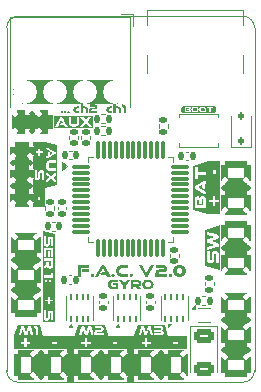
<source format=gbr>
%TF.GenerationSoftware,KiCad,Pcbnew,9.0.3-9.0.3-0~ubuntu24.04.1*%
%TF.CreationDate,2025-09-21T12:25:00+02:00*%
%TF.ProjectId,ant control board v2,616e7420-636f-46e7-9472-6f6c20626f61,2.0*%
%TF.SameCoordinates,Original*%
%TF.FileFunction,Legend,Top*%
%TF.FilePolarity,Positive*%
%FSLAX46Y46*%
G04 Gerber Fmt 4.6, Leading zero omitted, Abs format (unit mm)*
G04 Created by KiCad (PCBNEW 9.0.3-9.0.3-0~ubuntu24.04.1) date 2025-09-21 12:25:00*
%MOMM*%
%LPD*%
G01*
G04 APERTURE LIST*
G04 Aperture macros list*
%AMRoundRect*
0 Rectangle with rounded corners*
0 $1 Rounding radius*
0 $2 $3 $4 $5 $6 $7 $8 $9 X,Y pos of 4 corners*
0 Add a 4 corners polygon primitive as box body*
4,1,4,$2,$3,$4,$5,$6,$7,$8,$9,$2,$3,0*
0 Add four circle primitives for the rounded corners*
1,1,$1+$1,$2,$3*
1,1,$1+$1,$4,$5*
1,1,$1+$1,$6,$7*
1,1,$1+$1,$8,$9*
0 Add four rect primitives between the rounded corners*
20,1,$1+$1,$2,$3,$4,$5,0*
20,1,$1+$1,$4,$5,$6,$7,0*
20,1,$1+$1,$6,$7,$8,$9,0*
20,1,$1+$1,$8,$9,$2,$3,0*%
G04 Aperture macros list end*
%ADD10C,2.000000*%
%ADD11C,0.000000*%
%ADD12C,0.120000*%
%ADD13C,0.500000*%
%ADD14C,0.510000*%
%ADD15RoundRect,0.140000X0.170000X-0.140000X0.170000X0.140000X-0.170000X0.140000X-0.170000X-0.140000X0*%
%ADD16C,0.500000*%
%ADD17RoundRect,0.375000X0.375000X-0.625000X0.375000X0.625000X-0.375000X0.625000X-0.375000X-0.625000X0*%
%ADD18RoundRect,0.300000X0.970000X-0.700000X0.970000X0.700000X-0.970000X0.700000X-0.970000X-0.700000X0*%
%ADD19RoundRect,0.135000X0.135000X0.185000X-0.135000X0.185000X-0.135000X-0.185000X0.135000X-0.185000X0*%
%ADD20R,0.400000X0.250000*%
%ADD21R,0.400000X0.700000*%
%ADD22RoundRect,0.135000X0.185000X-0.135000X0.185000X0.135000X-0.185000X0.135000X-0.185000X-0.135000X0*%
%ADD23RoundRect,0.140000X-0.140000X-0.170000X0.140000X-0.170000X0.140000X0.170000X-0.140000X0.170000X0*%
%ADD24RoundRect,0.135000X-0.185000X0.135000X-0.185000X-0.135000X0.185000X-0.135000X0.185000X0.135000X0*%
%ADD25C,0.650000*%
%ADD26R,0.600000X1.150000*%
%ADD27R,0.300000X1.150000*%
%ADD28O,1.250000X2.500000*%
%ADD29RoundRect,0.300000X-0.700000X-0.970000X0.700000X-0.970000X0.700000X0.970000X-0.700000X0.970000X0*%
%ADD30RoundRect,0.112500X0.112500X-0.187500X0.112500X0.187500X-0.112500X0.187500X-0.112500X-0.187500X0*%
%ADD31C,2.000000*%
%ADD32R,0.900000X1.700000*%
%ADD33RoundRect,0.075000X-0.662500X-0.075000X0.662500X-0.075000X0.662500X0.075000X-0.662500X0.075000X0*%
%ADD34RoundRect,0.075000X-0.075000X-0.662500X0.075000X-0.662500X0.075000X0.662500X-0.075000X0.662500X0*%
%ADD35RoundRect,0.135000X-0.135000X-0.185000X0.135000X-0.185000X0.135000X0.185000X-0.135000X0.185000X0*%
%ADD36RoundRect,0.062500X0.062500X-0.187500X0.062500X0.187500X-0.062500X0.187500X-0.062500X-0.187500X0*%
%ADD37R,1.600000X0.900000*%
%ADD38RoundRect,0.375000X0.625000X0.375000X-0.625000X0.375000X-0.625000X-0.375000X0.625000X-0.375000X0*%
%ADD39RoundRect,0.140000X-0.170000X0.140000X-0.170000X-0.140000X0.170000X-0.140000X0.170000X0.140000X0*%
%ADD40RoundRect,0.140000X0.140000X0.170000X-0.140000X0.170000X-0.140000X-0.170000X0.140000X-0.170000X0*%
%ADD41RoundRect,0.300000X-0.970000X0.700000X-0.970000X-0.700000X0.970000X-0.700000X0.970000X0.700000X0*%
%ADD42RoundRect,0.250000X-0.625000X0.375000X-0.625000X-0.375000X0.625000X-0.375000X0.625000X0.375000X0*%
%TA.AperFunction,Profile*%
%ADD43C,0.050000*%
%TD*%
G04 APERTURE END LIST*
G36*
X109233705Y-137119236D02*
G01*
X109761795Y-137119236D01*
X109761795Y-141026995D01*
X109233705Y-141026995D01*
X109233705Y-137119236D01*
G37*
G36*
X104153705Y-137120256D02*
G01*
X104691795Y-137120256D01*
X104691795Y-141028015D01*
X104153705Y-141028015D01*
X104153705Y-137120256D01*
G37*
D10*
X100583000Y-116416000D02*
X108203000Y-116416000D01*
D11*
%TO.C,kibuzzard-68CFD0CD*%
G36*
X110851538Y-131726923D02*
G01*
X111210000Y-131050000D01*
X111513077Y-131050000D01*
X111000769Y-131976154D01*
X110951154Y-132031538D01*
X110882308Y-132050000D01*
X110820769Y-132050000D01*
X110750000Y-132031538D01*
X110700769Y-131976154D01*
X110190000Y-131050000D01*
X110493077Y-131050000D01*
X110851538Y-131726923D01*
G37*
G36*
X107245385Y-131068462D02*
G01*
X107296154Y-131123846D01*
X107806923Y-132050000D01*
X107514615Y-132050000D01*
X107431538Y-131896154D01*
X106962308Y-131896154D01*
X107076154Y-131682308D01*
X107317692Y-131682308D01*
X107146923Y-131360769D01*
X106780769Y-132050000D01*
X106483846Y-132050000D01*
X106994615Y-131123846D01*
X107045385Y-131068462D01*
X107114615Y-131050000D01*
X107176154Y-131050000D01*
X107245385Y-131068462D01*
G37*
G36*
X113753558Y-131048269D02*
G01*
X113851923Y-131075385D01*
X113940481Y-131120577D01*
X114019231Y-131183846D01*
X114083846Y-131260962D01*
X114130000Y-131347692D01*
X114157692Y-131444038D01*
X114166923Y-131550000D01*
X114157692Y-131655962D01*
X114130000Y-131752308D01*
X114083846Y-131839038D01*
X114019231Y-131916154D01*
X113940481Y-131979423D01*
X113851923Y-132024615D01*
X113753558Y-132051731D01*
X113646923Y-132060641D01*
X113645385Y-132060769D01*
X113537260Y-132051731D01*
X113439038Y-132024615D01*
X113350721Y-131979423D01*
X113272308Y-131916154D01*
X113208029Y-131839038D01*
X113162115Y-131752308D01*
X113134567Y-131655962D01*
X113125385Y-131550000D01*
X113393077Y-131550000D01*
X113410769Y-131649808D01*
X113463846Y-131730769D01*
X113545000Y-131784423D01*
X113646923Y-131802308D01*
X113747500Y-131784423D01*
X113827692Y-131730769D01*
X113880192Y-131649808D01*
X113897692Y-131550000D01*
X113880192Y-131450000D01*
X113827692Y-131368462D01*
X113747500Y-131314231D01*
X113646923Y-131296154D01*
X113545000Y-131314231D01*
X113463846Y-131368462D01*
X113410769Y-131450000D01*
X113393077Y-131550000D01*
X113125385Y-131550000D01*
X113134567Y-131444038D01*
X113162115Y-131347692D01*
X113208029Y-131260962D01*
X113272308Y-131183846D01*
X113350721Y-131120577D01*
X113439038Y-131075385D01*
X113537260Y-131048269D01*
X113645385Y-131039231D01*
X113753558Y-131048269D01*
G37*
G36*
X109293077Y-131306923D02*
G01*
X108785385Y-131306923D01*
X108688654Y-131323846D01*
X108610769Y-131374615D01*
X108559423Y-131452308D01*
X108542308Y-131550000D01*
X108559423Y-131646538D01*
X108610769Y-131723846D01*
X108688654Y-131774615D01*
X108785385Y-131791538D01*
X109293077Y-131791538D01*
X109293077Y-132050000D01*
X108803846Y-132050000D01*
X108693558Y-132041298D01*
X108593462Y-132015192D01*
X108503558Y-131971683D01*
X108423846Y-131910769D01*
X108358558Y-131836010D01*
X108311923Y-131750962D01*
X108283942Y-131655625D01*
X108274615Y-131550000D01*
X108283942Y-131444375D01*
X108311923Y-131349038D01*
X108358558Y-131263990D01*
X108423846Y-131189231D01*
X108503558Y-131128317D01*
X108593462Y-131084808D01*
X108693558Y-131058702D01*
X108803846Y-131050000D01*
X109293077Y-131050000D01*
X109293077Y-131306923D01*
G37*
G36*
X112364786Y-131059402D02*
G01*
X112441966Y-131087607D01*
X112507692Y-131134615D01*
X112557692Y-131196496D01*
X112587692Y-131269316D01*
X112597692Y-131353077D01*
X112587692Y-131437521D01*
X112557692Y-131510342D01*
X112507692Y-131571538D01*
X112441966Y-131617692D01*
X112364786Y-131645385D01*
X112276154Y-131654615D01*
X111934615Y-131654615D01*
X111873077Y-131716154D01*
X111873077Y-131791538D01*
X112582308Y-131791538D01*
X112582308Y-132050000D01*
X111603846Y-132050000D01*
X111603846Y-131737692D01*
X111626538Y-131617885D01*
X111694615Y-131523077D01*
X111760598Y-131477350D01*
X111837521Y-131449915D01*
X111925385Y-131440769D01*
X112265385Y-131440769D01*
X112310000Y-131422308D01*
X112326923Y-131373077D01*
X112310000Y-131324615D01*
X112265385Y-131306923D01*
X111653077Y-131306923D01*
X111653077Y-131050000D01*
X112276154Y-131050000D01*
X112364786Y-131059402D01*
G37*
G36*
X106005385Y-131306923D02*
G01*
X105342308Y-131306923D01*
X105342308Y-132050000D01*
X105073077Y-132050000D01*
X105073077Y-131050000D01*
X106005385Y-131050000D01*
X106005385Y-131306923D01*
G37*
G36*
X105996154Y-131668462D02*
G01*
X105431538Y-131668462D01*
X105431538Y-131442308D01*
X105996154Y-131442308D01*
X105996154Y-131668462D01*
G37*
G36*
X106376154Y-131846923D02*
G01*
X106411538Y-131931538D01*
X106376154Y-132017692D01*
X106285385Y-132050000D01*
X106250000Y-132050000D01*
X106159231Y-132017692D01*
X106123846Y-131931538D01*
X106159231Y-131846923D01*
X106250000Y-131814615D01*
X106285385Y-131814615D01*
X106376154Y-131846923D01*
G37*
G36*
X108131538Y-131846923D02*
G01*
X108166923Y-131931538D01*
X108131538Y-132017692D01*
X108040769Y-132050000D01*
X108005385Y-132050000D01*
X107914615Y-132017692D01*
X107879231Y-131931538D01*
X107914615Y-131846923D01*
X108005385Y-131814615D01*
X108040769Y-131814615D01*
X108131538Y-131846923D01*
G37*
G36*
X109668462Y-131846923D02*
G01*
X109703846Y-131931538D01*
X109668462Y-132017692D01*
X109577692Y-132050000D01*
X109542308Y-132050000D01*
X109451538Y-132017692D01*
X109416154Y-131931538D01*
X109451538Y-131846923D01*
X109542308Y-131814615D01*
X109577692Y-131814615D01*
X109668462Y-131846923D01*
G37*
G36*
X112982308Y-131846923D02*
G01*
X113017692Y-131931538D01*
X112982308Y-132017692D01*
X112891538Y-132050000D01*
X112856154Y-132050000D01*
X112765385Y-132017692D01*
X112730000Y-131931538D01*
X112765385Y-131846923D01*
X112856154Y-131814615D01*
X112891538Y-131814615D01*
X112982308Y-131846923D01*
G37*
%TO.C,kibuzzard-68CD6E18*%
G36*
X117098205Y-130162310D02*
G01*
X117098205Y-130934618D01*
X117098205Y-131126926D01*
X117098205Y-131503849D01*
X115841795Y-131126926D01*
X115841795Y-130934618D01*
X115841795Y-129854618D01*
X115970000Y-129854618D01*
X115970000Y-130614618D01*
X115979316Y-130702396D01*
X116007265Y-130779062D01*
X116053846Y-130844618D01*
X116115470Y-130894618D01*
X116188547Y-130924618D01*
X116273077Y-130934618D01*
X116356752Y-130924618D01*
X116429316Y-130894618D01*
X116490769Y-130844618D01*
X116537350Y-130779062D01*
X116565299Y-130702396D01*
X116574615Y-130614618D01*
X116574615Y-130174618D01*
X116593077Y-130126926D01*
X116643846Y-130108464D01*
X116693846Y-130126926D01*
X116711538Y-130174618D01*
X116711538Y-130922310D01*
X116970000Y-130922310D01*
X116970000Y-130162310D01*
X116960598Y-130073678D01*
X116932393Y-129996498D01*
X116885385Y-129930772D01*
X116823162Y-129880772D01*
X116749316Y-129850772D01*
X116663846Y-129840772D01*
X116580085Y-129850772D01*
X116507265Y-129880772D01*
X116445385Y-129930772D01*
X116398376Y-129996498D01*
X116370171Y-130073678D01*
X116360769Y-130162310D01*
X116360769Y-130602310D01*
X116342308Y-130649233D01*
X116293077Y-130666926D01*
X116243846Y-130649233D01*
X116226923Y-130602310D01*
X116226923Y-129854618D01*
X115970000Y-129854618D01*
X115841795Y-129854618D01*
X115841795Y-128262310D01*
X115970000Y-128262310D01*
X115970000Y-128530002D01*
X116623846Y-128677695D01*
X116065385Y-128851541D01*
X115993846Y-128896926D01*
X115970000Y-128977695D01*
X115970000Y-129059233D01*
X115993846Y-129139233D01*
X116065385Y-129185387D01*
X116613077Y-129359233D01*
X115970000Y-129506926D01*
X115970000Y-129773079D01*
X116856154Y-129570002D01*
X116941538Y-129525772D01*
X116970000Y-129439233D01*
X116970000Y-129326926D01*
X116945769Y-129245772D01*
X116873077Y-129199233D01*
X116274615Y-129017695D01*
X116873077Y-128837695D01*
X116945769Y-128791541D01*
X116970000Y-128711541D01*
X116970000Y-128599233D01*
X116941538Y-128512310D01*
X116856154Y-128466926D01*
X115970000Y-128262310D01*
X115841795Y-128262310D01*
X115841795Y-128070002D01*
X117098205Y-127693079D01*
X117098205Y-128070002D01*
X117098205Y-128262310D01*
X117098205Y-128599233D01*
X117098205Y-130162310D01*
G37*
%TO.C,kibuzzard-68CFBFAF*%
G36*
X108938231Y-117484222D02*
G01*
X108993872Y-117504504D01*
X109041615Y-117538308D01*
X109078111Y-117582880D01*
X109100009Y-117635470D01*
X109107308Y-117696077D01*
X109107308Y-118177462D01*
X108918846Y-118177462D01*
X108918846Y-117733769D01*
X108897846Y-117679385D01*
X108842385Y-117658385D01*
X108758385Y-117658385D01*
X108758385Y-117477462D01*
X108874692Y-117477462D01*
X108938231Y-117484222D01*
G37*
G36*
X108237154Y-117640077D02*
G01*
X108421308Y-117640077D01*
X108501957Y-117647496D01*
X108568726Y-117669752D01*
X108621615Y-117706846D01*
X108659906Y-117757581D01*
X108682880Y-117820761D01*
X108690538Y-117896385D01*
X108690538Y-118177462D01*
X108510692Y-118177462D01*
X108510692Y-117895308D01*
X108500282Y-117844453D01*
X108469051Y-117813940D01*
X108417000Y-117803769D01*
X108237154Y-117803769D01*
X108237154Y-118177462D01*
X108056231Y-118177462D01*
X108056231Y-117422538D01*
X108237154Y-117422538D01*
X108237154Y-117640077D01*
G37*
G36*
X107963615Y-117803769D02*
G01*
X107720231Y-117803769D01*
X107642154Y-117832846D01*
X107611462Y-117908231D01*
X107642154Y-117984154D01*
X107677019Y-118006365D01*
X107720231Y-118013769D01*
X107963615Y-118013769D01*
X107963615Y-118177462D01*
X107721308Y-118177462D01*
X107642274Y-118169085D01*
X107573171Y-118143957D01*
X107514000Y-118102077D01*
X107468829Y-118047034D01*
X107441726Y-117982419D01*
X107432692Y-117908231D01*
X107441726Y-117834103D01*
X107468829Y-117769667D01*
X107514000Y-117714923D01*
X107573171Y-117673342D01*
X107642274Y-117648393D01*
X107721308Y-117640077D01*
X107963615Y-117640077D01*
X107963615Y-117803769D01*
G37*
%TO.C,kibuzzard-68CD725D*%
G36*
X112706410Y-137122779D02*
G01*
X112404872Y-137122779D01*
X112302308Y-137122779D01*
X112035231Y-137122779D01*
X111406308Y-137122779D01*
X110197692Y-137122779D01*
X110095128Y-137122779D01*
X109793590Y-137122779D01*
X109824359Y-137020215D01*
X110197692Y-137020215D01*
X110410615Y-137020215D01*
X110528769Y-136497138D01*
X110667846Y-136943907D01*
X110704154Y-137001138D01*
X110768769Y-137020215D01*
X110834000Y-137020215D01*
X110898615Y-137001138D01*
X110934923Y-136943907D01*
X111074000Y-136505753D01*
X111192154Y-137020215D01*
X111406308Y-137020215D01*
X111267624Y-136419600D01*
X111456769Y-136419600D01*
X112013077Y-136419600D01*
X112056462Y-136433753D01*
X112070923Y-136476215D01*
X112056462Y-136519600D01*
X112013077Y-136534061D01*
X111465385Y-136534061D01*
X111465385Y-136698984D01*
X112025385Y-136698984D01*
X112071538Y-136715600D01*
X112088154Y-136761753D01*
X112072462Y-136805138D01*
X112025385Y-136819600D01*
X111456769Y-136819600D01*
X111456769Y-137020215D01*
X112035231Y-137020215D01*
X112113453Y-137013241D01*
X112179094Y-136992318D01*
X112232154Y-136957446D01*
X112284769Y-136882984D01*
X112302308Y-136785138D01*
X112294615Y-136717446D01*
X112271538Y-136662061D01*
X112236154Y-136621446D01*
X112191538Y-136598061D01*
X112256769Y-136537753D01*
X112274308Y-136488830D01*
X112280154Y-136430677D01*
X112265538Y-136344369D01*
X112221692Y-136277446D01*
X112147385Y-136234523D01*
X112041385Y-136220215D01*
X111456769Y-136220215D01*
X111456769Y-136419600D01*
X111267624Y-136419600D01*
X111242615Y-136311292D01*
X111206308Y-136242984D01*
X111136769Y-136220215D01*
X111046923Y-136220215D01*
X110982923Y-136239600D01*
X110946000Y-136297753D01*
X110802000Y-136776523D01*
X110656769Y-136297753D01*
X110619538Y-136239600D01*
X110554615Y-136220215D01*
X110464769Y-136220215D01*
X110395538Y-136242984D01*
X110360154Y-136311292D01*
X110197692Y-137020215D01*
X109824359Y-137020215D01*
X110095128Y-136117651D01*
X110197692Y-136117651D01*
X112302308Y-136117651D01*
X112404872Y-136117651D01*
X112706410Y-137122779D01*
G37*
D12*
%TO.C,C15*%
X105330000Y-120357836D02*
X105330000Y-120142164D01*
X106050000Y-120357836D02*
X106050000Y-120142164D01*
D13*
%TO.C,J10*%
X101190000Y-118300000D02*
X101190000Y-119700000D01*
D14*
%TO.C,J7*%
X99594000Y-130610000D02*
X101626000Y-130610000D01*
X99594000Y-133150000D02*
X101626000Y-133150000D01*
D12*
%TO.C,C13*%
X104330000Y-120357836D02*
X104330000Y-120142164D01*
X105050000Y-120357836D02*
X105050000Y-120142164D01*
%TO.C,R9*%
X107323641Y-118320000D02*
X107016359Y-118320000D01*
X107323641Y-119080000D02*
X107016359Y-119080000D01*
%TO.C,C6*%
X106830000Y-134307836D02*
X106830000Y-134092164D01*
X107550000Y-134307836D02*
X107550000Y-134092164D01*
%TO.C,Q1*%
X115190000Y-134690000D02*
X116190000Y-134690000D01*
X115190000Y-135910000D02*
X116190000Y-135910000D01*
X114950000Y-134760000D02*
X114670000Y-134760000D01*
X114950000Y-134480000D01*
X114950000Y-134760000D01*
G36*
X114950000Y-134760000D02*
G01*
X114670000Y-134760000D01*
X114950000Y-134480000D01*
X114950000Y-134760000D01*
G37*
D11*
%TO.C,kibuzzard-68CD7CD9*%
G36*
X108992615Y-132618769D02*
G01*
X109220308Y-132300000D01*
X109461538Y-132300000D01*
X109096000Y-132818154D01*
X109096000Y-133100000D01*
X108880615Y-133100000D01*
X108880615Y-132818154D01*
X108513846Y-132300000D01*
X108766154Y-132300000D01*
X108992615Y-132618769D01*
G37*
G36*
X110170188Y-132309231D02*
G01*
X110246085Y-132336923D01*
X110310769Y-132383077D01*
X110360000Y-132444000D01*
X110389538Y-132516000D01*
X110399385Y-132599077D01*
X110388462Y-132683846D01*
X110355692Y-132758462D01*
X110303846Y-132819846D01*
X110235692Y-132864923D01*
X110437538Y-133100000D01*
X110156923Y-133100000D01*
X109996923Y-132896923D01*
X109807385Y-132896923D01*
X109807385Y-132709846D01*
X110083077Y-132709846D01*
X110155692Y-132681538D01*
X110184000Y-132607692D01*
X110155692Y-132533846D01*
X110083077Y-132505538D01*
X109745846Y-132505538D01*
X109745846Y-133100000D01*
X109531692Y-133100000D01*
X109531692Y-132300000D01*
X110083077Y-132300000D01*
X110170188Y-132309231D01*
G37*
G36*
X108443692Y-132505538D02*
G01*
X108000615Y-132505538D01*
X107923231Y-132519077D01*
X107860923Y-132559692D01*
X107819846Y-132621846D01*
X107806154Y-132700000D01*
X107819846Y-132777231D01*
X107860923Y-132839077D01*
X107923231Y-132879692D01*
X108000615Y-132893231D01*
X108239385Y-132893231D01*
X108239385Y-132783692D01*
X107979692Y-132783692D01*
X107979692Y-132612615D01*
X108443692Y-132612615D01*
X108443692Y-133100000D01*
X108015385Y-133100000D01*
X107927154Y-133093038D01*
X107847077Y-133072154D01*
X107775154Y-133037346D01*
X107711385Y-132988615D01*
X107659154Y-132928808D01*
X107621846Y-132860769D01*
X107599462Y-132784500D01*
X107592000Y-132700000D01*
X107599462Y-132615500D01*
X107621846Y-132539231D01*
X107659154Y-132471192D01*
X107711385Y-132411385D01*
X107775154Y-132362654D01*
X107847077Y-132327846D01*
X107927154Y-132306962D01*
X108015385Y-132300000D01*
X108443692Y-132300000D01*
X108443692Y-132505538D01*
G37*
G36*
X111114038Y-132306962D02*
G01*
X111194000Y-132327846D01*
X111265731Y-132362654D01*
X111329231Y-132411385D01*
X111381192Y-132471192D01*
X111418308Y-132539231D01*
X111440577Y-132615500D01*
X111448000Y-132700000D01*
X111440577Y-132784500D01*
X111418308Y-132860769D01*
X111381192Y-132928808D01*
X111329231Y-132988615D01*
X111265731Y-133037346D01*
X111194000Y-133072154D01*
X111114038Y-133093038D01*
X111025846Y-133100000D01*
X110910154Y-133100000D01*
X110895385Y-133098835D01*
X110821923Y-133093038D01*
X110741846Y-133072154D01*
X110669923Y-133037346D01*
X110606154Y-132988615D01*
X110553923Y-132928808D01*
X110516615Y-132860769D01*
X110494231Y-132784500D01*
X110486769Y-132700000D01*
X110700923Y-132700000D01*
X110714615Y-132777231D01*
X110755692Y-132839077D01*
X110818000Y-132879692D01*
X110895385Y-132893231D01*
X111040615Y-132893231D01*
X111117846Y-132879692D01*
X111179692Y-132839077D01*
X111220308Y-132777231D01*
X111233846Y-132700000D01*
X111220308Y-132621846D01*
X111179692Y-132559692D01*
X111117846Y-132519077D01*
X111040615Y-132505538D01*
X110895385Y-132505538D01*
X110818000Y-132519077D01*
X110755692Y-132559692D01*
X110714615Y-132621846D01*
X110700923Y-132700000D01*
X110486769Y-132700000D01*
X110494231Y-132615500D01*
X110516615Y-132539231D01*
X110553923Y-132471192D01*
X110606154Y-132411385D01*
X110669923Y-132362654D01*
X110741846Y-132327846D01*
X110821923Y-132306962D01*
X110910154Y-132300000D01*
X111025846Y-132300000D01*
X111114038Y-132306962D01*
G37*
D12*
%TO.C,C18*%
X103330000Y-126357836D02*
X103330000Y-126142164D01*
X104050000Y-126357836D02*
X104050000Y-126142164D01*
%TO.C,R11*%
X115773000Y-132789641D02*
X115773000Y-132482359D01*
X116533000Y-132789641D02*
X116533000Y-132482359D01*
%TO.C,C5*%
X104262164Y-131940000D02*
X104477836Y-131940000D01*
X104262164Y-132660000D02*
X104477836Y-132660000D01*
%TO.C,R6*%
X102290000Y-126096359D02*
X102290000Y-126403641D01*
X103050000Y-126096359D02*
X103050000Y-126403641D01*
%TO.C,J3*%
X110936000Y-109460000D02*
X119064000Y-109460000D01*
X110936000Y-110730000D02*
X110936000Y-109460000D01*
X110936000Y-113270000D02*
X110936000Y-114794000D01*
X119064000Y-109460000D02*
X119064000Y-110476000D01*
X119064000Y-110476000D02*
X119064000Y-110730000D01*
X119064000Y-113270000D02*
X119064000Y-114794000D01*
%TO.C,R8*%
X107323641Y-119320000D02*
X107016359Y-119320000D01*
X107323641Y-120080000D02*
X107016359Y-120080000D01*
D14*
%TO.C,J5*%
X106960000Y-138484000D02*
X106960000Y-140516000D01*
D11*
%TO.C,kibuzzard-68CD71AA*%
G36*
X102097487Y-137123167D02*
G01*
X101795949Y-137123167D01*
X101693385Y-137123167D01*
X101255231Y-137123167D01*
X100046615Y-137123167D01*
X99944051Y-137123167D01*
X99642513Y-137123167D01*
X99673282Y-137020603D01*
X100046615Y-137020603D01*
X100259538Y-137020603D01*
X100377692Y-136497526D01*
X100516769Y-136944295D01*
X100553077Y-137001526D01*
X100617692Y-137020603D01*
X100682923Y-137020603D01*
X100747538Y-137001526D01*
X100783846Y-136944295D01*
X100922923Y-136506141D01*
X101041077Y-137020603D01*
X101255231Y-137020603D01*
X101118252Y-136427372D01*
X101294615Y-136427372D01*
X101390615Y-136427372D01*
X101454000Y-136451372D01*
X101478000Y-136513526D01*
X101478000Y-137020603D01*
X101693385Y-137020603D01*
X101693385Y-136470449D01*
X101685043Y-136401184D01*
X101660017Y-136341082D01*
X101618308Y-136290141D01*
X101563744Y-136251509D01*
X101500154Y-136228329D01*
X101427538Y-136220603D01*
X101294615Y-136220603D01*
X101294615Y-136427372D01*
X101118252Y-136427372D01*
X101091538Y-136311680D01*
X101055231Y-136243372D01*
X100985692Y-136220603D01*
X100895846Y-136220603D01*
X100831846Y-136239988D01*
X100794923Y-136298141D01*
X100650923Y-136776911D01*
X100505692Y-136298141D01*
X100468462Y-136239988D01*
X100403538Y-136220603D01*
X100313692Y-136220603D01*
X100244462Y-136243372D01*
X100209077Y-136311680D01*
X100046615Y-137020603D01*
X99673282Y-137020603D01*
X99944051Y-136118039D01*
X100046615Y-136118039D01*
X101693385Y-136118039D01*
X101795949Y-136118039D01*
X102097487Y-137123167D01*
G37*
%TO.C,kibuzzard-68CFBE33*%
G36*
X106323333Y-119452564D02*
G01*
X106220769Y-119452564D01*
X104793077Y-119452564D01*
X104177692Y-119452564D01*
X103119231Y-119452564D01*
X103016667Y-119452564D01*
X103016667Y-119350000D01*
X103119231Y-119350000D01*
X103356769Y-119350000D01*
X103649692Y-118798615D01*
X103786308Y-119055846D01*
X103593077Y-119055846D01*
X103502000Y-119226923D01*
X103877385Y-119226923D01*
X103943846Y-119350000D01*
X104177692Y-119350000D01*
X103987639Y-119005385D01*
X104250308Y-119005385D01*
X104261726Y-119100838D01*
X104295983Y-119183709D01*
X104353077Y-119254000D01*
X104427949Y-119307333D01*
X104515538Y-119339333D01*
X104615846Y-119350000D01*
X104793077Y-119350000D01*
X105226308Y-119350000D01*
X105482308Y-119350000D01*
X105712462Y-119074308D01*
X105948769Y-119350000D01*
X106220769Y-119350000D01*
X105866308Y-118934000D01*
X106190000Y-118550000D01*
X105934000Y-118550000D01*
X105729692Y-118792462D01*
X105526615Y-118550000D01*
X105254615Y-118550000D01*
X105577077Y-118932769D01*
X105226308Y-119350000D01*
X104793077Y-119350000D01*
X104893385Y-119339333D01*
X104980974Y-119307333D01*
X105055846Y-119254000D01*
X105112940Y-119183709D01*
X105147197Y-119100838D01*
X105158615Y-119005385D01*
X105158615Y-118550000D01*
X104942000Y-118550000D01*
X104942000Y-118989385D01*
X104931231Y-119051692D01*
X104898923Y-119100769D01*
X104850000Y-119132615D01*
X104789385Y-119143231D01*
X104619538Y-119143231D01*
X104558923Y-119132615D01*
X104510000Y-119100769D01*
X104477692Y-119051692D01*
X104466923Y-118989385D01*
X104466923Y-118550000D01*
X104250308Y-118550000D01*
X104250308Y-119005385D01*
X103987639Y-119005385D01*
X103769077Y-118609077D01*
X103728462Y-118564769D01*
X103673077Y-118550000D01*
X103623846Y-118550000D01*
X103568462Y-118564769D01*
X103527846Y-118609077D01*
X103119231Y-119350000D01*
X103016667Y-119350000D01*
X103016667Y-118447436D01*
X103119231Y-118447436D01*
X106220769Y-118447436D01*
X106323333Y-118447436D01*
X106323333Y-119452564D01*
G37*
%TO.C,kibuzzard-68CD6E53*%
G36*
X115651154Y-125512535D02*
G01*
X115669231Y-125572535D01*
X115669231Y-126006381D01*
X115169231Y-126006381D01*
X115169231Y-125586381D01*
X115186923Y-125530996D01*
X115240000Y-125512535D01*
X115294231Y-125530996D01*
X115312308Y-125586381D01*
X115312308Y-125917150D01*
X115518462Y-125917150D01*
X115518462Y-125570996D01*
X115538077Y-125512150D01*
X115596923Y-125492535D01*
X115651154Y-125512535D01*
G37*
G36*
X116048205Y-123841766D02*
G01*
X116048205Y-125558689D01*
X116048205Y-126275612D01*
X116048205Y-126403817D01*
X116048205Y-126780740D01*
X114791795Y-126403817D01*
X114791795Y-126275612D01*
X114791795Y-125552535D01*
X114920000Y-125552535D01*
X114920000Y-126275612D01*
X115920000Y-126275612D01*
X115920000Y-125558689D01*
X115911282Y-125460996D01*
X115885128Y-125379201D01*
X115841538Y-125313304D01*
X115748462Y-125248112D01*
X115626154Y-125226381D01*
X115541538Y-125235804D01*
X115472308Y-125264073D01*
X115421538Y-125307727D01*
X115392308Y-125363304D01*
X115316154Y-125280996D01*
X115254808Y-125258496D01*
X115183077Y-125250996D01*
X115075192Y-125269458D01*
X114991538Y-125324842D01*
X114951795Y-125382962D01*
X114927949Y-125458860D01*
X114920000Y-125552535D01*
X114791795Y-125552535D01*
X114791795Y-124472535D01*
X114920000Y-124472535D01*
X114920000Y-124534073D01*
X114938462Y-124603304D01*
X114993846Y-124654073D01*
X115920000Y-125164842D01*
X115920000Y-124867919D01*
X115230769Y-124501766D01*
X115552308Y-124330996D01*
X115552308Y-124572535D01*
X115766154Y-124686381D01*
X115766154Y-124217150D01*
X115920000Y-124134073D01*
X115920000Y-123841766D01*
X114993846Y-124352535D01*
X114938462Y-124403304D01*
X114920000Y-124472535D01*
X114791795Y-124472535D01*
X114791795Y-122790996D01*
X114920000Y-122790996D01*
X114920000Y-123795612D01*
X115176923Y-123795612D01*
X115176923Y-123427919D01*
X115920000Y-123427919D01*
X115920000Y-123158689D01*
X115176923Y-123158689D01*
X115176923Y-122790996D01*
X114920000Y-122790996D01*
X114791795Y-122790996D01*
X114791795Y-122662791D01*
X116048205Y-122285868D01*
X116048205Y-122662791D01*
X116048205Y-122790996D01*
X116048205Y-123158689D01*
X116048205Y-123841766D01*
G37*
D14*
%TO.C,J8*%
X117374000Y-135690000D02*
X119406000Y-135690000D01*
X117374000Y-138230000D02*
X119406000Y-138230000D01*
D11*
%TO.C,kibuzzard-68CD7254*%
G36*
X107634736Y-137131960D02*
G01*
X107333198Y-137131960D01*
X107230634Y-137131960D01*
X107218326Y-137131960D01*
X106360480Y-137131960D01*
X105151864Y-137131960D01*
X105049300Y-137131960D01*
X104747762Y-137131960D01*
X104778531Y-137029396D01*
X105151864Y-137029396D01*
X105364787Y-137029396D01*
X105482941Y-136506319D01*
X105622018Y-136953088D01*
X105658326Y-137010319D01*
X105722941Y-137029396D01*
X105788172Y-137029396D01*
X105852787Y-137010319D01*
X105889095Y-136953088D01*
X106028172Y-136514934D01*
X106146326Y-137029396D01*
X106360480Y-137029396D01*
X106302790Y-136779550D01*
X106435557Y-136779550D01*
X106435557Y-137029396D01*
X107218326Y-137029396D01*
X107218326Y-136822627D01*
X106650941Y-136822627D01*
X106650941Y-136762319D01*
X106700172Y-136713088D01*
X106973403Y-136713088D01*
X107044309Y-136705704D01*
X107106052Y-136683550D01*
X107158634Y-136646627D01*
X107198634Y-136597670D01*
X107222634Y-136539413D01*
X107230634Y-136471858D01*
X107222634Y-136404849D01*
X107198634Y-136346593D01*
X107158634Y-136297088D01*
X107106052Y-136259481D01*
X107044309Y-136236917D01*
X106973403Y-136229396D01*
X106474941Y-136229396D01*
X106474941Y-136434934D01*
X106964787Y-136434934D01*
X107000480Y-136449088D01*
X107014018Y-136487858D01*
X107000480Y-136527242D01*
X106964787Y-136542011D01*
X106692787Y-136542011D01*
X106622497Y-136549328D01*
X106560958Y-136571276D01*
X106508172Y-136607858D01*
X106453711Y-136683704D01*
X106435557Y-136779550D01*
X106302790Y-136779550D01*
X106196787Y-136320473D01*
X106160480Y-136252165D01*
X106090941Y-136229396D01*
X106001095Y-136229396D01*
X105937095Y-136248781D01*
X105900172Y-136306934D01*
X105756172Y-136785704D01*
X105610941Y-136306934D01*
X105573711Y-136248781D01*
X105508787Y-136229396D01*
X105418941Y-136229396D01*
X105349711Y-136252165D01*
X105314326Y-136320473D01*
X105151864Y-137029396D01*
X104778531Y-137029396D01*
X105049300Y-136126832D01*
X105151864Y-136126832D01*
X107230634Y-136126832D01*
X107333198Y-136126832D01*
X107634736Y-137131960D01*
G37*
%TO.C,kibuzzard-68CFBFFE*%
G36*
X105448154Y-117640077D02*
G01*
X105632308Y-117640077D01*
X105712957Y-117647496D01*
X105779726Y-117669752D01*
X105832615Y-117706846D01*
X105870906Y-117757581D01*
X105893880Y-117820761D01*
X105901538Y-117896385D01*
X105901538Y-118177462D01*
X105721692Y-118177462D01*
X105721692Y-117895308D01*
X105711282Y-117844453D01*
X105680051Y-117813940D01*
X105628000Y-117803769D01*
X105448154Y-117803769D01*
X105448154Y-118177462D01*
X105267231Y-118177462D01*
X105267231Y-117422538D01*
X105448154Y-117422538D01*
X105448154Y-117640077D01*
G37*
G36*
X105174615Y-117803769D02*
G01*
X104931231Y-117803769D01*
X104853154Y-117832846D01*
X104822462Y-117908231D01*
X104853154Y-117984154D01*
X104888019Y-118006365D01*
X104931231Y-118013769D01*
X105174615Y-118013769D01*
X105174615Y-118177462D01*
X104932308Y-118177462D01*
X104853274Y-118169085D01*
X104784171Y-118143957D01*
X104725000Y-118102077D01*
X104679829Y-118047034D01*
X104652726Y-117982419D01*
X104643692Y-117908231D01*
X104652726Y-117834103D01*
X104679829Y-117769667D01*
X104725000Y-117714923D01*
X104784171Y-117673342D01*
X104853274Y-117648393D01*
X104932308Y-117640077D01*
X105174615Y-117640077D01*
X105174615Y-117803769D01*
G37*
G36*
X106533274Y-117484043D02*
G01*
X106587299Y-117503786D01*
X106633308Y-117536692D01*
X106668308Y-117580009D01*
X106689308Y-117630983D01*
X106696308Y-117689615D01*
X106689308Y-117748726D01*
X106668308Y-117799701D01*
X106633308Y-117842538D01*
X106587299Y-117874846D01*
X106533274Y-117894231D01*
X106471231Y-117900692D01*
X106232154Y-117900692D01*
X106189077Y-117943769D01*
X106189077Y-117996538D01*
X106685538Y-117996538D01*
X106685538Y-118177462D01*
X106000615Y-118177462D01*
X106000615Y-117958846D01*
X106016500Y-117874981D01*
X106064154Y-117808615D01*
X106110342Y-117776607D01*
X106164188Y-117757402D01*
X106225692Y-117751000D01*
X106463692Y-117751000D01*
X106494923Y-117738077D01*
X106506769Y-117703615D01*
X106494923Y-117669692D01*
X106463692Y-117657308D01*
X106035077Y-117657308D01*
X106035077Y-117477462D01*
X106471231Y-117477462D01*
X106533274Y-117484043D01*
G37*
D12*
%TO.C,C16*%
X114182164Y-121490000D02*
X114397836Y-121490000D01*
X114182164Y-122210000D02*
X114397836Y-122210000D01*
D11*
%TO.C,kibuzzard-68CFBDBE*%
G36*
X104212308Y-138179743D02*
G01*
X103250769Y-138179743D01*
X100700000Y-138179743D01*
X100204615Y-138179743D01*
X99627692Y-138179743D01*
X99627692Y-137551537D01*
X100204615Y-137551537D01*
X100204615Y-137746922D01*
X100504615Y-137746922D01*
X100504615Y-138051537D01*
X100700000Y-138051537D01*
X100700000Y-137765384D01*
X102873846Y-137765384D01*
X103250769Y-137765384D01*
X103250769Y-137571537D01*
X102873846Y-137571537D01*
X102873846Y-137765384D01*
X100700000Y-137765384D01*
X100700000Y-137746922D01*
X100998462Y-137746922D01*
X100998462Y-137551537D01*
X100700000Y-137551537D01*
X100700000Y-137248461D01*
X100504615Y-137248461D01*
X100504615Y-137551537D01*
X100204615Y-137551537D01*
X99627692Y-137551537D01*
X99627692Y-137120255D01*
X100204615Y-137120255D01*
X103250769Y-137120255D01*
X104212308Y-137120255D01*
X104212308Y-138179743D01*
G37*
D12*
%TO.C,D1*%
X118040000Y-121110000D02*
X118040000Y-118450000D01*
X118040000Y-121110000D02*
X119740000Y-121110000D01*
X119740000Y-121110000D02*
X119740000Y-118450000D01*
D14*
%TO.C,J6*%
X112040000Y-138484000D02*
X112040000Y-140516000D01*
D12*
%TO.C,U7*%
X99313000Y-110067000D02*
X109473000Y-110067000D01*
X99313000Y-117687000D02*
X99313000Y-110067000D01*
X109473000Y-110067000D02*
X109473000Y-117687000D01*
X109727000Y-109813000D02*
X108711000Y-109813000D01*
X109727000Y-110829000D02*
X109727000Y-109813000D01*
%TO.C,SW1*%
X113640000Y-118250000D02*
X113640000Y-118550000D01*
X113640000Y-121050000D02*
X113640000Y-120750000D01*
X116940000Y-118250000D02*
X113640000Y-118250000D01*
X116940000Y-118550000D02*
X116940000Y-118250000D01*
X116940000Y-120750000D02*
X116940000Y-121050000D01*
X116940000Y-121050000D02*
X113640000Y-121050000D01*
%TO.C,C7*%
X110830000Y-134307836D02*
X110830000Y-134092164D01*
X111550000Y-134307836D02*
X111550000Y-134092164D01*
D14*
%TO.C,J4*%
X101880000Y-138484000D02*
X101880000Y-140516000D01*
D12*
%TO.C,U6*%
X105890000Y-121890000D02*
X105890000Y-122340000D01*
X105890000Y-129110000D02*
X105890000Y-128660000D01*
X106340000Y-121890000D02*
X105890000Y-121890000D01*
X106340000Y-129110000D02*
X105890000Y-129110000D01*
X112660000Y-121890000D02*
X113110000Y-121890000D01*
X112660000Y-129110000D02*
X113110000Y-129110000D01*
X113110000Y-121890000D02*
X113110000Y-122340000D01*
X113110000Y-129110000D02*
X113110000Y-128660000D01*
X104147000Y-122725000D02*
X103677000Y-123065000D01*
X103677000Y-122385000D01*
X104147000Y-122725000D01*
G36*
X104147000Y-122725000D02*
G01*
X103677000Y-123065000D01*
X103677000Y-122385000D01*
X104147000Y-122725000D01*
G37*
D11*
%TO.C,kibuzzard-68CD73CB*%
G36*
X103272564Y-120946667D02*
G01*
X103272564Y-121049231D01*
X103272564Y-124150769D01*
X103272564Y-124253333D01*
X102267436Y-124554872D01*
X102267436Y-124253333D01*
X102267436Y-124150769D01*
X102267436Y-123156308D01*
X102370000Y-123156308D01*
X102370000Y-123412308D01*
X102645692Y-123642462D01*
X102370000Y-123878769D01*
X102370000Y-124150769D01*
X102786000Y-123796308D01*
X103170000Y-124120000D01*
X103170000Y-123864000D01*
X102927538Y-123659692D01*
X103170000Y-123456615D01*
X103170000Y-123184615D01*
X102787231Y-123507077D01*
X102370000Y-123156308D01*
X102267436Y-123156308D01*
X102267436Y-122723077D01*
X102267436Y-122545846D01*
X102370000Y-122545846D01*
X102370000Y-122723077D01*
X102380667Y-122823385D01*
X102412667Y-122910974D01*
X102466000Y-122985846D01*
X102536291Y-123042940D01*
X102619162Y-123077197D01*
X102714615Y-123088615D01*
X103170000Y-123088615D01*
X103170000Y-122872000D01*
X102730615Y-122872000D01*
X102668308Y-122861231D01*
X102619231Y-122828923D01*
X102587385Y-122780000D01*
X102576769Y-122719385D01*
X102576769Y-122549538D01*
X102587385Y-122488923D01*
X102619231Y-122440000D01*
X102668308Y-122407692D01*
X102730615Y-122396923D01*
X103170000Y-122396923D01*
X103170000Y-122180308D01*
X102714615Y-122180308D01*
X102619162Y-122191726D01*
X102536291Y-122225983D01*
X102466000Y-122283077D01*
X102412667Y-122357949D01*
X102380667Y-122445538D01*
X102370000Y-122545846D01*
X102267436Y-122545846D01*
X102267436Y-122107692D01*
X102267436Y-121049231D01*
X102370000Y-121049231D01*
X102370000Y-121286769D01*
X102921385Y-121579692D01*
X102664154Y-121716308D01*
X102664154Y-121523077D01*
X102493077Y-121432000D01*
X102493077Y-121807385D01*
X102370000Y-121873846D01*
X102370000Y-122107692D01*
X103110923Y-121699077D01*
X103155231Y-121658462D01*
X103170000Y-121603077D01*
X103170000Y-121553846D01*
X103155231Y-121498462D01*
X103110923Y-121457846D01*
X102370000Y-121049231D01*
X102267436Y-121049231D01*
X102267436Y-120946667D01*
X102267436Y-120645128D01*
X103272564Y-120946667D01*
G37*
D12*
%TO.C,R10*%
X115536359Y-133720000D02*
X115843641Y-133720000D01*
X115536359Y-134480000D02*
X115843641Y-134480000D01*
D11*
%TO.C,kibuzzard-68CD717E*%
G36*
X103072564Y-128472154D02*
G01*
X103072564Y-128626000D01*
X103072564Y-135775538D01*
X103072564Y-135929385D01*
X102067436Y-135929385D01*
X102067436Y-135775538D01*
X102067436Y-135518308D01*
X102067436Y-134910308D01*
X102170000Y-134910308D01*
X102170000Y-135518308D01*
X102177521Y-135589214D01*
X102200085Y-135650957D01*
X102237692Y-135703538D01*
X102287470Y-135743538D01*
X102346547Y-135767538D01*
X102414923Y-135775538D01*
X102481932Y-135767538D01*
X102540188Y-135743538D01*
X102589692Y-135703538D01*
X102627299Y-135650957D01*
X102649863Y-135589214D01*
X102657385Y-135518308D01*
X102657385Y-135166308D01*
X102672154Y-135128769D01*
X102711538Y-135114615D01*
X102750923Y-135128769D01*
X102764462Y-135166308D01*
X102764462Y-135764462D01*
X102970000Y-135764462D01*
X102970000Y-135156462D01*
X102962547Y-135086239D01*
X102940188Y-135024906D01*
X102902923Y-134972462D01*
X102853624Y-134932462D01*
X102795162Y-134908462D01*
X102727538Y-134900462D01*
X102660598Y-134908462D01*
X102602547Y-134932462D01*
X102553385Y-134972462D01*
X102516120Y-135024906D01*
X102493761Y-135086239D01*
X102486308Y-135156462D01*
X102486308Y-135508462D01*
X102471538Y-135546615D01*
X102430923Y-135561385D01*
X102390923Y-135546615D01*
X102376769Y-135508462D01*
X102376769Y-134910308D01*
X102170000Y-134910308D01*
X102067436Y-134910308D01*
X102067436Y-134152154D01*
X102067436Y-133995846D01*
X102254923Y-133995846D01*
X102254923Y-134152154D01*
X102498615Y-134152154D01*
X102498615Y-134390923D01*
X102654923Y-134390923D01*
X102654923Y-134152154D01*
X102897385Y-134152154D01*
X102897385Y-133995846D01*
X102654923Y-133995846D01*
X102654923Y-133755846D01*
X102498615Y-133755846D01*
X102498615Y-133995846D01*
X102254923Y-133995846D01*
X102067436Y-133995846D01*
X102067436Y-133248769D01*
X102067436Y-132947231D01*
X102483846Y-132947231D01*
X102483846Y-133248769D01*
X102638923Y-133248769D01*
X102638923Y-132947231D01*
X102483846Y-132947231D01*
X102067436Y-132947231D01*
X102067436Y-132419231D01*
X102067436Y-132390923D01*
X102247538Y-132390923D01*
X102247538Y-132419231D01*
X102273385Y-132491846D01*
X102342308Y-132520154D01*
X102410000Y-132491846D01*
X102435846Y-132419231D01*
X102435846Y-132390923D01*
X102578615Y-132390923D01*
X102578615Y-132419231D01*
X102604462Y-132491846D01*
X102673385Y-132520154D01*
X102741077Y-132491846D01*
X102766923Y-132419231D01*
X102766923Y-132390923D01*
X102741077Y-132318308D01*
X102673385Y-132290000D01*
X102604462Y-132318308D01*
X102578615Y-132390923D01*
X102435846Y-132390923D01*
X102410000Y-132318308D01*
X102342308Y-132290000D01*
X102273385Y-132318308D01*
X102247538Y-132390923D01*
X102067436Y-132390923D01*
X102067436Y-132169385D01*
X102067436Y-131954000D01*
X102170000Y-131954000D01*
X102170000Y-132169385D01*
X102720154Y-132169385D01*
X102789419Y-132161043D01*
X102849521Y-132136017D01*
X102900462Y-132094308D01*
X102939094Y-132039744D01*
X102962274Y-131976154D01*
X102970000Y-131903538D01*
X102970000Y-131770615D01*
X102763231Y-131770615D01*
X102763231Y-131866615D01*
X102739231Y-131930000D01*
X102677077Y-131954000D01*
X102170000Y-131954000D01*
X102067436Y-131954000D01*
X102067436Y-131407538D01*
X102067436Y-130501692D01*
X102170000Y-130501692D01*
X102170000Y-130715846D01*
X102764462Y-130715846D01*
X102764462Y-131053077D01*
X102736154Y-131125692D01*
X102662308Y-131154000D01*
X102588462Y-131125692D01*
X102560154Y-131053077D01*
X102560154Y-130777385D01*
X102373077Y-130777385D01*
X102373077Y-130966923D01*
X102170000Y-131126923D01*
X102170000Y-131407538D01*
X102405077Y-131205692D01*
X102450154Y-131273846D01*
X102511538Y-131325692D01*
X102586154Y-131358462D01*
X102670923Y-131369385D01*
X102754000Y-131359538D01*
X102826000Y-131330000D01*
X102886923Y-131280769D01*
X102933077Y-131216085D01*
X102960769Y-131140188D01*
X102970000Y-131053077D01*
X102970000Y-130501692D01*
X102170000Y-130501692D01*
X102067436Y-130501692D01*
X102067436Y-130376154D01*
X102067436Y-129606923D01*
X102170000Y-129606923D01*
X102170000Y-130376154D01*
X102376769Y-130376154D01*
X102376769Y-130366308D01*
X102376769Y-129893692D01*
X102486308Y-129893692D01*
X102486308Y-130366308D01*
X102657385Y-130366308D01*
X102657385Y-129893692D01*
X102486308Y-129893692D01*
X102376769Y-129893692D01*
X102376769Y-129822308D01*
X102764462Y-129822308D01*
X102764462Y-130374923D01*
X102970000Y-130374923D01*
X102970000Y-129606923D01*
X102170000Y-129606923D01*
X102067436Y-129606923D01*
X102067436Y-129243846D01*
X102067436Y-128635846D01*
X102170000Y-128635846D01*
X102170000Y-129243846D01*
X102177521Y-129314752D01*
X102200085Y-129376496D01*
X102237692Y-129429077D01*
X102287470Y-129469077D01*
X102346547Y-129493077D01*
X102414923Y-129501077D01*
X102481932Y-129493077D01*
X102540188Y-129469077D01*
X102589692Y-129429077D01*
X102627299Y-129376496D01*
X102649863Y-129314752D01*
X102657385Y-129243846D01*
X102657385Y-128891846D01*
X102672154Y-128854308D01*
X102711538Y-128840154D01*
X102750923Y-128854308D01*
X102764462Y-128891846D01*
X102764462Y-129490000D01*
X102970000Y-129490000D01*
X102970000Y-128882000D01*
X102962547Y-128811778D01*
X102940188Y-128750444D01*
X102902923Y-128698000D01*
X102853624Y-128658000D01*
X102795162Y-128634000D01*
X102727538Y-128626000D01*
X102660598Y-128634000D01*
X102602547Y-128658000D01*
X102553385Y-128698000D01*
X102516120Y-128750444D01*
X102493761Y-128811778D01*
X102486308Y-128882000D01*
X102486308Y-129234000D01*
X102471538Y-129272154D01*
X102430923Y-129286923D01*
X102390923Y-129272154D01*
X102376769Y-129234000D01*
X102376769Y-128635846D01*
X102170000Y-128635846D01*
X102067436Y-128635846D01*
X102067436Y-128626000D01*
X102067436Y-128472154D01*
X102067436Y-128170615D01*
X103072564Y-128472154D01*
G37*
%TO.C,kibuzzard-68CFBDD6*%
G36*
X114312308Y-138179744D02*
G01*
X113478974Y-138179744D01*
X110928205Y-138179744D01*
X110432821Y-138179744D01*
X109727692Y-138179744D01*
X109727692Y-137551538D01*
X110432821Y-137551538D01*
X110432821Y-137746923D01*
X110732821Y-137746923D01*
X110732821Y-138051538D01*
X110928205Y-138051538D01*
X110928205Y-137765385D01*
X113102051Y-137765385D01*
X113478974Y-137765385D01*
X113478974Y-137571538D01*
X113102051Y-137571538D01*
X113102051Y-137765385D01*
X110928205Y-137765385D01*
X110928205Y-137746923D01*
X111226667Y-137746923D01*
X111226667Y-137551538D01*
X110928205Y-137551538D01*
X110928205Y-137248462D01*
X110732821Y-137248462D01*
X110732821Y-137551538D01*
X110432821Y-137551538D01*
X109727692Y-137551538D01*
X109727692Y-137120256D01*
X110432821Y-137120256D01*
X113478974Y-137120256D01*
X114312308Y-137120256D01*
X114312308Y-138179744D01*
G37*
%TO.C,kibuzzard-68CD7457*%
G36*
X114456923Y-117783462D02*
G01*
X114466154Y-117810000D01*
X114456923Y-117837115D01*
X114429231Y-117846154D01*
X114263846Y-117846154D01*
X114263846Y-117949231D01*
X114436923Y-117949231D01*
X114466346Y-117959038D01*
X114476154Y-117988462D01*
X114466154Y-118015577D01*
X114436154Y-118024615D01*
X114219231Y-118024615D01*
X114219231Y-117774615D01*
X114429231Y-117774615D01*
X114456923Y-117783462D01*
G37*
G36*
X115052115Y-117786923D02*
G01*
X115090769Y-117812308D01*
X115116154Y-117851154D01*
X115124615Y-117900000D01*
X115116154Y-117948269D01*
X115090769Y-117986923D01*
X115052115Y-118012308D01*
X115003846Y-118020769D01*
X114913077Y-118020769D01*
X114864712Y-118012308D01*
X114825769Y-117986923D01*
X114800096Y-117948269D01*
X114791538Y-117900000D01*
X114800096Y-117851154D01*
X114825769Y-117812308D01*
X114864712Y-117786923D01*
X114913077Y-117778462D01*
X115003846Y-117778462D01*
X115052115Y-117786923D01*
G37*
G36*
X115705192Y-117786923D02*
G01*
X115743846Y-117812308D01*
X115769231Y-117851154D01*
X115777692Y-117900000D01*
X115769231Y-117948269D01*
X115743846Y-117986923D01*
X115705192Y-118012308D01*
X115656923Y-118020769D01*
X115566154Y-118020769D01*
X115517788Y-118012308D01*
X115478846Y-117986923D01*
X115453173Y-117948269D01*
X115444615Y-117900000D01*
X115453173Y-117851154D01*
X115478846Y-117812308D01*
X115517788Y-117786923D01*
X115566154Y-117778462D01*
X115656923Y-117778462D01*
X115705192Y-117786923D01*
G37*
G36*
X116516727Y-117591933D02*
G01*
X116575651Y-117609807D01*
X116629955Y-117638833D01*
X116677553Y-117677896D01*
X116716615Y-117725494D01*
X116745642Y-117779798D01*
X116763516Y-117838722D01*
X116769551Y-117900000D01*
X116763516Y-117961278D01*
X116745642Y-118020202D01*
X116716615Y-118074506D01*
X116677553Y-118122104D01*
X116629955Y-118161167D01*
X116575651Y-118190193D01*
X116516727Y-118208067D01*
X116455449Y-118214103D01*
X116455385Y-118214103D01*
X116271538Y-118214103D01*
X115647692Y-118214103D01*
X114994615Y-118214103D01*
X114443077Y-118214103D01*
X114084615Y-118214103D01*
X114084551Y-118214103D01*
X114023273Y-118208067D01*
X113964349Y-118190193D01*
X113910045Y-118161167D01*
X113896438Y-118150000D01*
X114084615Y-118150000D01*
X114443077Y-118150000D01*
X114491923Y-118145641D01*
X114532821Y-118132564D01*
X114565769Y-118110769D01*
X114598365Y-118064231D01*
X114609231Y-118003077D01*
X114604519Y-117960769D01*
X114590385Y-117926154D01*
X114568558Y-117900769D01*
X114567096Y-117900000D01*
X114657692Y-117900000D01*
X114662356Y-117952813D01*
X114676346Y-118000481D01*
X114699663Y-118043005D01*
X114732308Y-118080385D01*
X114772163Y-118110841D01*
X114817115Y-118132596D01*
X114867163Y-118145649D01*
X114922308Y-118150000D01*
X114994615Y-118150000D01*
X115049736Y-118145649D01*
X115099712Y-118132596D01*
X115144543Y-118110841D01*
X115184231Y-118080385D01*
X115216707Y-118043005D01*
X115239904Y-118000481D01*
X115253822Y-117952813D01*
X115258462Y-117900000D01*
X115310769Y-117900000D01*
X115315433Y-117952813D01*
X115329423Y-118000481D01*
X115352740Y-118043005D01*
X115385385Y-118080385D01*
X115425240Y-118110841D01*
X115470192Y-118132596D01*
X115520240Y-118145649D01*
X115575385Y-118150000D01*
X115647692Y-118150000D01*
X115702812Y-118145649D01*
X115752788Y-118132596D01*
X115797620Y-118110841D01*
X115837308Y-118080385D01*
X115869784Y-118043005D01*
X115892981Y-118000481D01*
X115906899Y-117952813D01*
X115911538Y-117900000D01*
X115906899Y-117847188D01*
X115892981Y-117799519D01*
X115881494Y-117778462D01*
X115953077Y-117778462D01*
X116136923Y-117778462D01*
X116136923Y-118150000D01*
X116271538Y-118150000D01*
X116271538Y-117778462D01*
X116455385Y-117778462D01*
X116455385Y-117650000D01*
X115953077Y-117650000D01*
X115953077Y-117778462D01*
X115881494Y-117778462D01*
X115869784Y-117756995D01*
X115837308Y-117719615D01*
X115797620Y-117689159D01*
X115752788Y-117667404D01*
X115702812Y-117654351D01*
X115647692Y-117650000D01*
X115575385Y-117650000D01*
X115520240Y-117654351D01*
X115470192Y-117667404D01*
X115425240Y-117689159D01*
X115385385Y-117719615D01*
X115352740Y-117756995D01*
X115329423Y-117799519D01*
X115315433Y-117847188D01*
X115310769Y-117900000D01*
X115258462Y-117900000D01*
X115253822Y-117847188D01*
X115239904Y-117799519D01*
X115216707Y-117756995D01*
X115184231Y-117719615D01*
X115144543Y-117689159D01*
X115099712Y-117667404D01*
X115049736Y-117654351D01*
X114994615Y-117650000D01*
X114922308Y-117650000D01*
X114867163Y-117654351D01*
X114817115Y-117667404D01*
X114772163Y-117689159D01*
X114732308Y-117719615D01*
X114699663Y-117756995D01*
X114676346Y-117799519D01*
X114662356Y-117847188D01*
X114657692Y-117900000D01*
X114567096Y-117900000D01*
X114540769Y-117886154D01*
X114581923Y-117848077D01*
X114593173Y-117817404D01*
X114596923Y-117781538D01*
X114587692Y-117727596D01*
X114560000Y-117685769D01*
X114530940Y-117665897D01*
X114492991Y-117653974D01*
X114446154Y-117650000D01*
X114084615Y-117650000D01*
X114084615Y-118150000D01*
X113896438Y-118150000D01*
X113862447Y-118122104D01*
X113823385Y-118074506D01*
X113794358Y-118020202D01*
X113776484Y-117961278D01*
X113770449Y-117900000D01*
X113776484Y-117838722D01*
X113794358Y-117779798D01*
X113823385Y-117725494D01*
X113862447Y-117677896D01*
X113910045Y-117638833D01*
X113964349Y-117609807D01*
X114023273Y-117591933D01*
X114084551Y-117585897D01*
X114084615Y-117585897D01*
X116455385Y-117585897D01*
X116455449Y-117585897D01*
X116516727Y-117591933D01*
G37*
D12*
%TO.C,U2*%
X104050000Y-135710000D02*
X104050000Y-133710000D01*
X106330000Y-135700000D02*
X106330000Y-133700000D01*
X104555000Y-136351000D02*
X104301000Y-136351000D01*
X104428000Y-136097000D01*
X104555000Y-136351000D01*
G36*
X104555000Y-136351000D02*
G01*
X104301000Y-136351000D01*
X104428000Y-136097000D01*
X104555000Y-136351000D01*
G37*
D13*
%TO.C,J9*%
X99570000Y-122398096D02*
X100970000Y-122398096D01*
X99570000Y-124398096D02*
X100970000Y-124398096D01*
D12*
%TO.C,C17*%
X112860000Y-130142164D02*
X112860000Y-130357836D01*
X113580000Y-130142164D02*
X113580000Y-130357836D01*
D11*
%TO.C,kibuzzard-68CFC012*%
G36*
X103765923Y-118040231D02*
G01*
X103790692Y-118099462D01*
X103765923Y-118159769D01*
X103702385Y-118182385D01*
X103677615Y-118182385D01*
X103614077Y-118159769D01*
X103589308Y-118099462D01*
X103614077Y-118040231D01*
X103677615Y-118017615D01*
X103702385Y-118017615D01*
X103765923Y-118040231D01*
G37*
G36*
X104045923Y-118040231D02*
G01*
X104070692Y-118099462D01*
X104045923Y-118159769D01*
X103982385Y-118182385D01*
X103957615Y-118182385D01*
X103894077Y-118159769D01*
X103869308Y-118099462D01*
X103894077Y-118040231D01*
X103957615Y-118017615D01*
X103982385Y-118017615D01*
X104045923Y-118040231D01*
G37*
G36*
X104325923Y-118040231D02*
G01*
X104350692Y-118099462D01*
X104325923Y-118159769D01*
X104262385Y-118182385D01*
X104237615Y-118182385D01*
X104174077Y-118159769D01*
X104149308Y-118099462D01*
X104174077Y-118040231D01*
X104237615Y-118017615D01*
X104262385Y-118017615D01*
X104325923Y-118040231D01*
G37*
D12*
%TO.C,C11*%
X102892164Y-127440000D02*
X103107836Y-127440000D01*
X102892164Y-128160000D02*
X103107836Y-128160000D01*
%TO.C,R7*%
X111910000Y-119146359D02*
X111910000Y-119453641D01*
X112670000Y-119146359D02*
X112670000Y-119453641D01*
%TO.C,C14*%
X104547836Y-121390000D02*
X104332164Y-121390000D01*
X104547836Y-122110000D02*
X104332164Y-122110000D01*
D14*
%TO.C,J1*%
X119406000Y-129610000D02*
X117374000Y-129610000D01*
D11*
%TO.C,kibuzzard-68CD73D1*%
G36*
X102272564Y-121209231D02*
G01*
X102272564Y-125590769D01*
X102272564Y-126154872D01*
X101267436Y-126154872D01*
X101267436Y-125590769D01*
X101267436Y-125289231D01*
X101683846Y-125289231D01*
X101683846Y-125590769D01*
X101838923Y-125590769D01*
X101838923Y-125289231D01*
X101683846Y-125289231D01*
X101267436Y-125289231D01*
X101267436Y-123633846D01*
X101267436Y-123025846D01*
X101370000Y-123025846D01*
X101370000Y-123633846D01*
X101377521Y-123704752D01*
X101400085Y-123766496D01*
X101437692Y-123819077D01*
X101487470Y-123859077D01*
X101546547Y-123883077D01*
X101614923Y-123891077D01*
X101681932Y-123883077D01*
X101740188Y-123859077D01*
X101789692Y-123819077D01*
X101827299Y-123766496D01*
X101849863Y-123704752D01*
X101857385Y-123633846D01*
X101857385Y-123281846D01*
X101872154Y-123244308D01*
X101911538Y-123230154D01*
X101950923Y-123244308D01*
X101964462Y-123281846D01*
X101964462Y-123880000D01*
X102170000Y-123880000D01*
X102170000Y-123272000D01*
X102162547Y-123201778D01*
X102140188Y-123140444D01*
X102102923Y-123088000D01*
X102053624Y-123048000D01*
X101995162Y-123024000D01*
X101927538Y-123016000D01*
X101860598Y-123024000D01*
X101802547Y-123048000D01*
X101753385Y-123088000D01*
X101716120Y-123140444D01*
X101693761Y-123201778D01*
X101686308Y-123272000D01*
X101686308Y-123624000D01*
X101671538Y-123662154D01*
X101630923Y-123676923D01*
X101590923Y-123662154D01*
X101576769Y-123624000D01*
X101576769Y-123025846D01*
X101370000Y-123025846D01*
X101267436Y-123025846D01*
X101267436Y-121605538D01*
X101267436Y-121449231D01*
X101454923Y-121449231D01*
X101454923Y-121605538D01*
X101698615Y-121605538D01*
X101698615Y-121844308D01*
X101854923Y-121844308D01*
X101854923Y-121605538D01*
X102097385Y-121605538D01*
X102097385Y-121449231D01*
X101854923Y-121449231D01*
X101854923Y-121209231D01*
X101698615Y-121209231D01*
X101698615Y-121449231D01*
X101454923Y-121449231D01*
X101267436Y-121449231D01*
X101267436Y-121209231D01*
X101267436Y-120645128D01*
X102272564Y-120645128D01*
X102272564Y-121209231D01*
G37*
D12*
%TO.C,U3*%
X108050000Y-135710000D02*
X108050000Y-133710000D01*
X110330000Y-135700000D02*
X110330000Y-133700000D01*
X108555000Y-136351000D02*
X108301000Y-136351000D01*
X108428000Y-136097000D01*
X108555000Y-136351000D01*
G36*
X108555000Y-136351000D02*
G01*
X108301000Y-136351000D01*
X108428000Y-136097000D01*
X108555000Y-136351000D01*
G37*
D11*
%TO.C,kibuzzard-68CD6E40*%
G36*
X117110299Y-125557692D02*
G01*
X117110299Y-126053077D01*
X117110299Y-126758205D01*
X116050811Y-126758205D01*
X116050811Y-126053077D01*
X116050811Y-125557692D01*
X116179017Y-125557692D01*
X116179017Y-125753077D01*
X116482093Y-125753077D01*
X116482093Y-126053077D01*
X116677478Y-126053077D01*
X116677478Y-125753077D01*
X116982093Y-125753077D01*
X116982093Y-125557692D01*
X116677478Y-125557692D01*
X116677478Y-125259231D01*
X116482093Y-125259231D01*
X116482093Y-125557692D01*
X116179017Y-125557692D01*
X116050811Y-125557692D01*
X116050811Y-123006923D01*
X116502093Y-123006923D01*
X116502093Y-123383846D01*
X116695940Y-123383846D01*
X116695940Y-123006923D01*
X116502093Y-123006923D01*
X116050811Y-123006923D01*
X116050811Y-122301795D01*
X117110299Y-122301795D01*
X117110299Y-123006923D01*
X117110299Y-125557692D01*
G37*
%TO.C,kibuzzard-68CFBDCF*%
G36*
X109326410Y-138179744D02*
G01*
X108364872Y-138179744D01*
X105814103Y-138179744D01*
X105318718Y-138179744D01*
X104613590Y-138179744D01*
X104613590Y-137551538D01*
X105318718Y-137551538D01*
X105318718Y-137746923D01*
X105618718Y-137746923D01*
X105618718Y-138051538D01*
X105814103Y-138051538D01*
X105814103Y-137765385D01*
X107987949Y-137765385D01*
X108364872Y-137765385D01*
X108364872Y-137571538D01*
X107987949Y-137571538D01*
X107987949Y-137765385D01*
X105814103Y-137765385D01*
X105814103Y-137746923D01*
X106112564Y-137746923D01*
X106112564Y-137551538D01*
X105814103Y-137551538D01*
X105814103Y-137248462D01*
X105618718Y-137248462D01*
X105618718Y-137551538D01*
X105318718Y-137551538D01*
X104613590Y-137551538D01*
X104613590Y-137120256D01*
X105318718Y-137120256D01*
X108364872Y-137120256D01*
X109326410Y-137120256D01*
X109326410Y-138179744D01*
G37*
D12*
%TO.C,U4*%
X112050000Y-135710000D02*
X112050000Y-133710000D01*
X114330000Y-135700000D02*
X114330000Y-133700000D01*
X112682000Y-136351000D02*
X112682000Y-136097000D01*
X112936000Y-136097000D01*
X112682000Y-136351000D01*
G36*
X112682000Y-136351000D02*
G01*
X112682000Y-136097000D01*
X112936000Y-136097000D01*
X112682000Y-136351000D01*
G37*
%TO.C,D2*%
X114555000Y-136215000D02*
X114555000Y-140100000D01*
X116825000Y-136215000D02*
X114555000Y-136215000D01*
X116825000Y-140100000D02*
X116825000Y-136215000D01*
D14*
%TO.C,J2*%
X119406000Y-124530000D02*
X117374000Y-124530000D01*
%TD*%
%LPC*%
D15*
%TO.C,C15*%
X105690000Y-120730000D03*
X105690000Y-119770000D03*
%TD*%
D16*
%TO.C,J10*%
X102647200Y-119711200D03*
X102640000Y-118300000D03*
D17*
X102190000Y-119000000D03*
D16*
X101732800Y-119711200D03*
X101732800Y-118288800D03*
X100654400Y-118300000D03*
X100640000Y-119700000D03*
D17*
X100190000Y-119000000D03*
D16*
X99740000Y-119700000D03*
X99740000Y-118300000D03*
%TD*%
%TO.C,J7*%
X99721000Y-135055000D03*
X101499000Y-135055000D03*
D18*
X100610000Y-134420000D03*
D16*
X99721000Y-133785000D03*
X101499000Y-133785000D03*
X99721000Y-132515000D03*
X101499000Y-132515000D03*
D18*
X100610000Y-131880000D03*
D16*
X99721000Y-131245000D03*
X101499000Y-131245000D03*
X99721000Y-129975000D03*
X101499000Y-129975000D03*
D18*
X100610000Y-129340000D03*
D16*
X99721000Y-128705000D03*
X101499000Y-128705000D03*
%TD*%
D15*
%TO.C,C13*%
X104690000Y-120730000D03*
X104690000Y-119770000D03*
%TD*%
D19*
%TO.C,R9*%
X107680000Y-118700000D03*
X106660000Y-118700000D03*
%TD*%
D15*
%TO.C,C6*%
X107190000Y-134680000D03*
X107190000Y-133720000D03*
%TD*%
D20*
%TO.C,Q1*%
X115340000Y-135075000D03*
X115340000Y-135525000D03*
D21*
X116040000Y-135300000D03*
%TD*%
D15*
%TO.C,C18*%
X103690000Y-126730000D03*
X103690000Y-125770000D03*
%TD*%
D22*
%TO.C,R11*%
X116153000Y-133146000D03*
X116153000Y-132126000D03*
%TD*%
D23*
%TO.C,C5*%
X103890000Y-132300000D03*
X104850000Y-132300000D03*
%TD*%
D24*
%TO.C,R6*%
X102670000Y-125740000D03*
X102670000Y-126760000D03*
%TD*%
D25*
%TO.C,J3*%
X117890000Y-115680000D03*
X112110000Y-115680000D03*
D26*
X118200000Y-116755000D03*
X117400000Y-116755000D03*
D27*
X116750000Y-116755000D03*
X116250000Y-116755000D03*
X115750000Y-116755000D03*
X115250000Y-116755000D03*
X114750000Y-116755000D03*
X114250000Y-116755000D03*
X113750000Y-116755000D03*
X113250000Y-116755000D03*
D26*
X112600000Y-116755000D03*
X111800000Y-116755000D03*
D28*
X119320000Y-116180000D03*
X119320000Y-112000000D03*
X110680000Y-116180000D03*
X110680000Y-112000000D03*
%TD*%
D19*
%TO.C,R8*%
X107680000Y-119700000D03*
X106660000Y-119700000D03*
%TD*%
D16*
%TO.C,J5*%
X105055000Y-138611000D03*
X105055000Y-140389000D03*
D29*
X105690000Y-139500000D03*
D16*
X106325000Y-138611000D03*
X106325000Y-140389000D03*
X107595000Y-138611000D03*
X107595000Y-140389000D03*
D29*
X108230000Y-139500000D03*
D16*
X108865000Y-138611000D03*
X108865000Y-140389000D03*
%TD*%
%TO.C,J8*%
X117501000Y-140135000D03*
X119279000Y-140135000D03*
D18*
X118390000Y-139500000D03*
D16*
X117501000Y-138865000D03*
X119279000Y-138865000D03*
X117501000Y-137595000D03*
X119279000Y-137595000D03*
D18*
X118390000Y-136960000D03*
D16*
X117501000Y-136325000D03*
X119279000Y-136325000D03*
X117501000Y-135055000D03*
X119279000Y-135055000D03*
D18*
X118390000Y-134420000D03*
D16*
X117501000Y-133785000D03*
X119279000Y-133785000D03*
%TD*%
D23*
%TO.C,C16*%
X113810000Y-121850000D03*
X114770000Y-121850000D03*
%TD*%
D30*
%TO.C,D1*%
X118890000Y-120550000D03*
X118890000Y-118450000D03*
%TD*%
D16*
%TO.C,J6*%
X110135000Y-138611000D03*
X110135000Y-140389000D03*
D29*
X110770000Y-139500000D03*
D16*
X111405000Y-138611000D03*
X111405000Y-140389000D03*
X112675000Y-138611000D03*
X112675000Y-140389000D03*
D29*
X113310000Y-139500000D03*
D16*
X113945000Y-138611000D03*
X113945000Y-140389000D03*
%TD*%
D31*
%TO.C,U7*%
X108203000Y-111337000D03*
X108203000Y-113877000D03*
X108203000Y-116417000D03*
X105663000Y-111337000D03*
X105663000Y-113877000D03*
X105663000Y-116417000D03*
X103123000Y-111337000D03*
X103123000Y-113877000D03*
X103123000Y-116417000D03*
X100583000Y-111337000D03*
X100583000Y-113877000D03*
X100583000Y-116417000D03*
%TD*%
D32*
%TO.C,SW1*%
X116990000Y-119650000D03*
X113590000Y-119650000D03*
%TD*%
D15*
%TO.C,C7*%
X111190000Y-134680000D03*
X111190000Y-133720000D03*
%TD*%
D16*
%TO.C,J4*%
X99975000Y-138611000D03*
X99975000Y-140389000D03*
D29*
X100610000Y-139500000D03*
D16*
X101245000Y-138611000D03*
X101245000Y-140389000D03*
X102515000Y-138611000D03*
X102515000Y-140389000D03*
D29*
X103150000Y-139500000D03*
D16*
X103785000Y-138611000D03*
X103785000Y-140389000D03*
%TD*%
D33*
%TO.C,U6*%
X105337500Y-122750000D03*
X105337500Y-123250000D03*
X105337500Y-123750000D03*
X105337500Y-124250000D03*
X105337500Y-124750000D03*
X105337500Y-125250000D03*
X105337500Y-125750000D03*
X105337500Y-126250000D03*
X105337500Y-126750000D03*
X105337500Y-127250000D03*
X105337500Y-127750000D03*
X105337500Y-128250000D03*
D34*
X106750000Y-129662500D03*
X107250000Y-129662500D03*
X107750000Y-129662500D03*
X108250000Y-129662500D03*
X108750000Y-129662500D03*
X109250000Y-129662500D03*
X109750000Y-129662500D03*
X110250000Y-129662500D03*
X110750000Y-129662500D03*
X111250000Y-129662500D03*
X111750000Y-129662500D03*
X112250000Y-129662500D03*
D33*
X113662500Y-128250000D03*
X113662500Y-127750000D03*
X113662500Y-127250000D03*
X113662500Y-126750000D03*
X113662500Y-126250000D03*
X113662500Y-125750000D03*
X113662500Y-125250000D03*
X113662500Y-124750000D03*
X113662500Y-124250000D03*
X113662500Y-123750000D03*
X113662500Y-123250000D03*
X113662500Y-122750000D03*
D34*
X112250000Y-121337500D03*
X111750000Y-121337500D03*
X111250000Y-121337500D03*
X110750000Y-121337500D03*
X110250000Y-121337500D03*
X109750000Y-121337500D03*
X109250000Y-121337500D03*
X108750000Y-121337500D03*
X108250000Y-121337500D03*
X107750000Y-121337500D03*
X107250000Y-121337500D03*
X106750000Y-121337500D03*
%TD*%
D35*
%TO.C,R10*%
X115180000Y-134100000D03*
X116200000Y-134100000D03*
%TD*%
D36*
%TO.C,U2*%
X104440000Y-135650000D03*
X104940000Y-135650000D03*
X105440000Y-135650000D03*
X105940000Y-135650000D03*
X105940000Y-133750000D03*
X105440000Y-133750000D03*
X104940000Y-133750000D03*
X104440000Y-133750000D03*
D37*
X105190000Y-134700000D03*
%TD*%
D16*
%TO.C,J9*%
X100981200Y-120940896D03*
X99570000Y-120948096D03*
D38*
X100270000Y-121398096D03*
D16*
X100981200Y-121855296D03*
X99558800Y-121855296D03*
X99570000Y-122933696D03*
X100970000Y-122948096D03*
D38*
X100270000Y-123398096D03*
D16*
X100970000Y-123848096D03*
X99570000Y-123848096D03*
X99570000Y-124933696D03*
X100970000Y-124948096D03*
D38*
X100270000Y-125398096D03*
D16*
X100970000Y-125848096D03*
X99570000Y-125848096D03*
%TD*%
D39*
%TO.C,C17*%
X113220000Y-129770000D03*
X113220000Y-130730000D03*
%TD*%
D23*
%TO.C,C11*%
X102520000Y-127800000D03*
X103480000Y-127800000D03*
%TD*%
D24*
%TO.C,R7*%
X112290000Y-118790000D03*
X112290000Y-119810000D03*
%TD*%
D40*
%TO.C,C14*%
X104920000Y-121750000D03*
X103960000Y-121750000D03*
%TD*%
D16*
%TO.C,J1*%
X119279000Y-127705000D03*
X117501000Y-127705000D03*
D41*
X118390000Y-128340000D03*
D16*
X119279000Y-128975000D03*
X117501000Y-128975000D03*
X119279000Y-130245000D03*
X117501000Y-130245000D03*
D41*
X118390000Y-130880000D03*
D16*
X119279000Y-131515000D03*
X117501000Y-131515000D03*
%TD*%
D36*
%TO.C,U3*%
X108440000Y-135650000D03*
X108940000Y-135650000D03*
X109440000Y-135650000D03*
X109940000Y-135650000D03*
X109940000Y-133750000D03*
X109440000Y-133750000D03*
X108940000Y-133750000D03*
X108440000Y-133750000D03*
D37*
X109190000Y-134700000D03*
%TD*%
D36*
%TO.C,U4*%
X112440000Y-135650000D03*
X112940000Y-135650000D03*
X113440000Y-135650000D03*
X113940000Y-135650000D03*
X113940000Y-133750000D03*
X113440000Y-133750000D03*
X112940000Y-133750000D03*
X112440000Y-133750000D03*
D37*
X113190000Y-134700000D03*
%TD*%
D42*
%TO.C,D2*%
X115690000Y-137100000D03*
X115690000Y-139900000D03*
%TD*%
D16*
%TO.C,J2*%
X119279000Y-122625000D03*
X117501000Y-122625000D03*
D41*
X118390000Y-123260000D03*
D16*
X119279000Y-123895000D03*
X117501000Y-123895000D03*
X119279000Y-125165000D03*
X117501000Y-125165000D03*
D41*
X118390000Y-125800000D03*
D16*
X119279000Y-126435000D03*
X117501000Y-126435000D03*
%TD*%
%LPD*%
D43*
X119000000Y-110000000D02*
X100000000Y-110000000D01*
X99000000Y-111000000D02*
G75*
G02*
X100000000Y-110000000I1000000J0D01*
G01*
X120000000Y-140000000D02*
X120000000Y-111000000D01*
X100000000Y-141000000D02*
X119000000Y-141000000D01*
X99000000Y-111000000D02*
X99000000Y-140000000D01*
X120000000Y-140000000D02*
G75*
G02*
X119000000Y-141000000I-1000000J0D01*
G01*
X100000000Y-141000000D02*
G75*
G02*
X99000000Y-140000000I0J1000000D01*
G01*
X119000000Y-110000000D02*
G75*
G02*
X120000000Y-111000000I0J-1000000D01*
G01*
M02*

</source>
